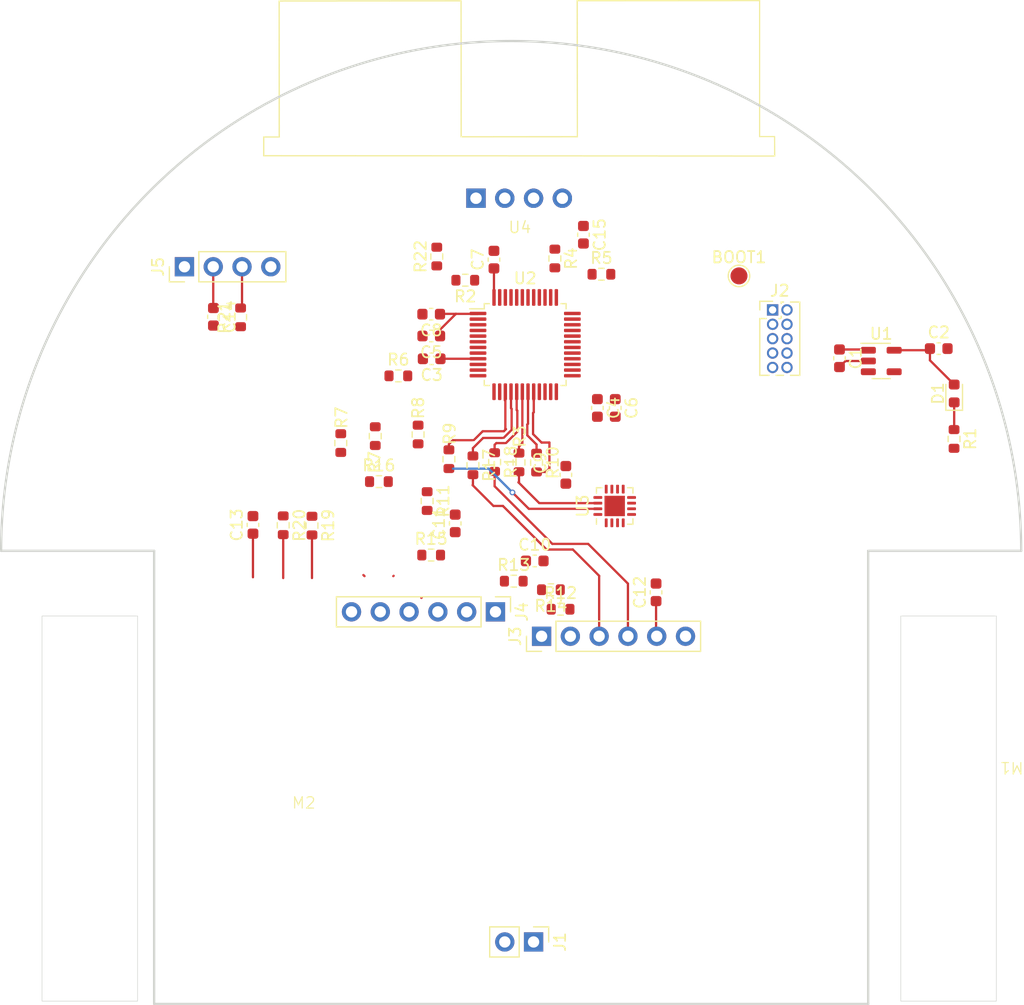
<source format=kicad_pcb>
(kicad_pcb (version 20221018) (generator pcbnew)
  (layers (0 "F.Cu" signal) (31 "B.Cu" signal) (34 "B.Paste" user) (35 "F.Paste" user) (36 "B.SilkS" user "B.Silkscreen") (37 "F.SilkS" user "F.Silkscreen") (38 "B.Mask" user) (39 "F.Mask" user) (44 "Edge.Cuts" user))
  (net 0 "")
  (net 1 "+3.3V")
  (net 2 "GND")
  (net 3 "+BATT")
  (net 4 "/mcu/UART1_TX")
  (net 5 "/mcu/IN_B2")
  (net 6 "/mcu/UART1_RX")
  (net 7 "/mcu/BOOT0")
  (net 8 "Net-(C10-Pad1)")
  (net 9 "/mcu/TIM15_CH1")
  (net 10 "Net-(D1-K)")
  (net 11 "/mcu/TIM15_CH2")
  (net 13 "/mcu/OUT_A4")
  (net 15 "/mcu/OUT_A5")
  (net 16 "/mcu/OUT_B0")
  (net 17 "/motorA/MA")
  (net 18 "/mcu/OUT_B1")
  (net 19 "Net-(U1-PB1)")
  (net 20 "Net-(J3-Pin_3)")
  (net 21 "/mcu/OUT_B9")
  (net 22 "Net-(J3-Pin_4)")
  (net 23 "/mcu/TIM3_CH1")
  (net 24 "/mcu/TIM2_CH1")
  (net 25 "/mcu/TIM3_CH2")
  (net 26 "/mcu/TIM2_CH2")
  (net 27 "/mcu/TIM8_CH2")
  (net 28 "Net-(U4-ECHO)")
  (net 29 "/motorA/MB")
  (net 30 "/motorB/MA")
  (net 31 "Net-(J4-Pin_3)")
  (net 32 "Net-(J4-Pin_4)")
  (net 33 "/motorB/MB")
  (net 34 "/mcu/~{RESET}")
  (net 35 "Net-(J5-Pin_3)")
  (net 36 "/external_uart/UART1_RX")
  (net 37 "Net-(U2-PB0)")
  (net 38 "Net-(U2-PB6)")
  (net 39 "Net-(U2-PB9)")
  (net 40 "Net-(U2-PA2)")
  (net 41 "Net-(U2-PA3)")
  (net 42 "Net-(U2-PA4)")
  (net 43 "Net-(U2-PA5)")
  (net 44 "Net-(U3-REF)")
  (net 45 "Net-(U3-TOFF)")
  (net 46 "/mcu/SWDIO")
  (net 47 "Net-(U3-SENSEA)")
  (net 48 "Net-(U3-SENSEB)")
  (net 49 "/mcu/SWDCLK")
  (net 50 "/external_uart/UART1_TX")
  (net 51 "/mcu/SWO")
  (net 54 "+3V3")
  (footprint "Resistor_SMD:R_0603_1608Metric" (layer "F.Cu") (at 137.625 94.14)
    (fp_text reference "R16" (at 0 -1.43) (layer "F.SilkS"))
    (fp_text value "330 m")
    (pad "1" smd roundrect (at -0.825 0) (size 0.8 0.95) (layers "F.Cu" "F.Paste" "F.Mask") (net 48 "Net-(U3-SENSEB)"))
    (pad "2" smd roundrect (at 0.825 0) (size 0.8 0.95) (layers "F.Cu" "F.Paste" "F.Mask") (net 2 "GND"))
  )
  (footprint "Package_QFP:LQFP-48_7x7mm_P0.5mm" (layer "F.Cu") (at 150.53033 82.043014)
    (fp_text reference "U2" (at 0 -5.85) (layer "F.SilkS"))
    (fp_text value "STM32F030C8Tx")
    (pad "1" smd roundrect (at -4.1625 -2.75) (size 1.475 0.3) (layers "F.Cu" "F.Paste" "F.Mask") (net 1 "+3.3V"))
    (pad "2" smd roundrect (at -4.1625 -2.25) (size 1.475 0.3) (layers "F.Cu" "F.Paste" "F.Mask"))
    (pad "3" smd roundrect (at -4.1625 -1.75) (size 1.475 0.3) (layers "F.Cu" "F.Paste" "F.Mask"))
    (pad "4" smd roundrect (at -4.1625 -1.25) (size 1.475 0.3) (layers "F.Cu" "F.Paste" "F.Mask"))
    (pad "5" smd roundrect (at -4.1625 -0.75) (size 1.475 0.3) (layers "F.Cu" "F.Paste" "F.Mask"))
    (pad "6" smd roundrect (at -4.1625 -0.25) (size 1.475 0.3) (layers "F.Cu" "F.Paste" "F.Mask"))
    (pad "7" smd roundrect (at -4.1625 0.25) (size 1.475 0.3) (layers "F.Cu" "F.Paste" "F.Mask") (net 34 "/mcu/~{RESET}"))
    (pad "8" smd roundrect (at -4.1625 0.75) (size 1.475 0.3) (layers "F.Cu" "F.Paste" "F.Mask") (net 2 "GND"))
    (pad "9" smd roundrect (at -4.1625 1.25) (size 1.475 0.3) (layers "F.Cu" "F.Paste" "F.Mask") (net 1 "+3.3V"))
    (pad "10" smd roundrect (at -4.1625 1.75) (size 1.475 0.3) (layers "F.Cu" "F.Paste" "F.Mask") (net 24 "/mcu/TIM2_CH1"))
    (pad "11" smd roundrect (at -4.1625 2.25) (size 1.475 0.3) (layers "F.Cu" "F.Paste" "F.Mask") (net 26 "/mcu/TIM2_CH2"))
    (pad "12" smd roundrect (at -4.1625 2.75) (size 1.475 0.3) (layers "F.Cu" "F.Paste" "F.Mask") (net 40 "Net-(U2-PA2)"))
    (pad "13" smd roundrect (at -2.75 4.1625) (size 0.3 1.475) (layers "F.Cu" "F.Paste" "F.Mask") (net 41 "Net-(U2-PA3)"))
    (pad "14" smd roundrect (at -2.25 4.1625) (size 0.3 1.475) (layers "F.Cu" "F.Paste" "F.Mask") (net 42 "Net-(U2-PA4)"))
    (pad "15" smd roundrect (at -1.75 4.1625) (size 0.3 1.475) (layers "F.Cu" "F.Paste" "F.Mask") (net 43 "Net-(U2-PA5)"))
    (pad "16" smd roundrect (at -1.25 4.1625) (size 0.3 1.475) (layers "F.Cu" "F.Paste" "F.Mask") (net 23 "/mcu/TIM3_CH1"))
    (pad "17" smd roundrect (at -0.75 4.1625) (size 0.3 1.475) (layers "F.Cu" "F.Paste" "F.Mask") (net 25 "/mcu/TIM3_CH2"))
    (pad "18" smd roundrect (at -0.25 4.1625) (size 0.3 1.475) (layers "F.Cu" "F.Paste" "F.Mask") (net 37 "Net-(U2-PB0)"))
    (pad "19" smd roundrect (at 0.25 4.1625) (size 0.3 1.475) (layers "F.Cu" "F.Paste" "F.Mask") (net 18 "/mcu/OUT_B1"))
    (pad "20" smd roundrect (at 0.75 4.1625) (size 0.3 1.475) (layers "F.Cu" "F.Paste" "F.Mask") (net 5 "/mcu/IN_B2"))
    (pad "21" smd roundrect (at 1.25 4.1625) (size 0.3 1.475) (layers "F.Cu" "F.Paste" "F.Mask"))
    (pad "22" smd roundrect (at 1.75 4.1625) (size 0.3 1.475) (layers "F.Cu" "F.Paste" "F.Mask"))
    (pad "23" smd roundrect (at 2.25 4.1625) (size 0.3 1.475) (layers "F.Cu" "F.Paste" "F.Mask") (net 2 "GND"))
    (pad "24" smd roundrect (at 2.75 4.1625) (size 0.3 1.475) (layers "F.Cu" "F.Paste" "F.Mask") (net 1 "+3.3V"))
    (pad "25" smd roundrect (at 4.1625 2.75) (size 1.475 0.3) (layers "F.Cu" "F.Paste" "F.Mask"))
    (pad "26" smd roundrect (at 4.1625 2.25) (size 1.475 0.3) (layers "F.Cu" "F.Paste" "F.Mask"))
    (pad "27" smd roundrect (at 4.1625 1.75) (size 1.475 0.3) (layers "F.Cu" "F.Paste" "F.Mask"))
    (pad "28" smd roundrect (at 4.1625 1.25) (size 1.475 0.3) (layers "F.Cu" "F.Paste" "F.Mask"))
    (pad "29" smd roundrect (at 4.1625 0.75) (size 1.475 0.3) (layers "F.Cu" "F.Paste" "F.Mask"))
    (pad "30" smd roundrect (at 4.1625 0.25) (size 1.475 0.3) (layers "F.Cu" "F.Paste" "F.Mask"))
    (pad "31" smd roundrect (at 4.1625 -0.25) (size 1.475 0.3) (layers "F.Cu" "F.Paste" "F.Mask"))
    (pad "32" smd roundrect (at 4.1625 -0.75) (size 1.475 0.3) (layers "F.Cu" "F.Paste" "F.Mask"))
    (pad "33" smd roundrect (at 4.1625 -1.25) (size 1.475 0.3) (layers "F.Cu" "F.Paste" "F.Mask"))
    (pad "34" smd roundrect (at 4.1625 -1.75) (size 1.475 0.3) (layers "F.Cu" "F.Paste" "F.Mask") (net 46 "/mcu/SWDIO"))
    (pad "35" smd roundrect (at 4.1625 -2.25) (size 1.475 0.3) (layers "F.Cu" "F.Paste" "F.Mask"))
    (pad "36" smd roundrect (at 4.1625 -2.75) (size 1.475 0.3) (layers "F.Cu" "F.Paste" "F.Mask"))
    (pad "37" smd roundrect (at 2.75 -4.1625) (size 0.3 1.475) (layers "F.Cu" "F.Paste" "F.Mask") (net 49 "/mcu/SWDCLK"))
    (pad "38" smd roundrect (at 2.25 -4.1625) (size 0.3 1.475) (layers "F.Cu" "F.Paste" "F.Mask"))
    (pad "39" smd roundrect (at 1.75 -4.1625) (size 0.3 1.475) (layers "F.Cu" "F.Paste" "F.Mask") (net 51 "/mcu/SWO"))
    (pad "40" smd roundrect (at 1.25 -4.1625) (size 0.3 1.475) (layers "F.Cu" "F.Paste" "F.Mask"))
    (pad "41" smd roundrect (at 0.75 -4.1625) (size 0.3 1.475) (layers "F.Cu" "F.Paste" "F.Mask"))
    (pad "42" smd roundrect (at 0.25 -4.1625) (size 0.3 1.475) (layers "F.Cu" "F.Paste" "F.Mask") (net 38 "Net-(U2-PB6)"))
    (pad "43" smd roundrect (at -0.25 -4.1625) (size 0.3 1.475) (layers "F.Cu" "F.Paste" "F.Mask") (net 6 "/mcu/UART1_RX"))
    (pad "44" smd roundrect (at -0.75 -4.1625) (size 0.3 1.475) (layers "F.Cu" "F.Paste" "F.Mask") (net 7 "/mcu/BOOT0"))
    (pad "45" smd roundrect (at -1.25 -4.1625) (size 0.3 1.475) (layers "F.Cu" "F.Paste" "F.Mask") (net 27 "/mcu/TIM8_CH2"))
    (pad "46" smd roundrect (at -1.75 -4.1625) (size 0.3 1.475) (layers "F.Cu" "F.Paste" "F.Mask") (net 39 "Net-(U2-PB9)"))
    (pad "47" smd roundrect (at -2.25 -4.1625) (size 0.3 1.475) (layers "F.Cu" "F.Paste" "F.Mask") (net 2 "GND"))
    (pad "48" smd roundrect (at -2.75 -4.1625) (size 0.3 1.475) (layers "F.Cu" "F.Paste" "F.Mask") (net 1 "+3.3V"))
  )
  (footprint "Resistor_SMD:R_0603_1608Metric" (layer "F.Cu") (at 145.245 76.36 180)
    (fp_text reference "R2" (at 0 -1.43) (layer "F.SilkS"))
    (fp_text value "10k")
    (pad "1" smd roundrect (at -0.825 0 180) (size 0.8 0.95) (layers "F.Cu" "F.Paste" "F.Mask") (net 7 "/mcu/BOOT0"))
    (pad "2" smd roundrect (at 0.825 0 180) (size 0.8 0.95) (layers "F.Cu" "F.Paste" "F.Mask") (net 2 "GND"))
  )
  (footprint "minimouse:N20_with_encoder" (layer "F.Cu") (at 131 123)
    (fp_text reference "M2" (at 0 -0.5 unlocked) (layer "F.SilkS") (effects (font (thickness 0.1))))
    (fp_text value "N20_encoder")
    (fp_rect (start -23.1 -17) (end -14.67 17) (stroke (width 0.05)) (fill none) (layer "Edge.Cuts"))
    (pad "" np_thru_hole circle locked (at 0 -9) (size 1 1) (drill 2.2) (layers "F&B.Cu" "*.Mask"))
    (pad "" np_thru_hole circle locked (at 0 9) (size 1 1) (drill 2.2) (layers "F&B.Cu" "*.Mask"))
  )
  (footprint "Resistor_SMD:R_0603_1608Metric" (layer "F.Cu") (at 125.421467 79.638535 90)
    (fp_text reference "R21" (at 0 -1.43 90) (layer "F.SilkS"))
    (fp_text value "100")
    (pad "1" smd roundrect (at -0.825 0 90) (size 0.8 0.95) (layers "F.Cu" "F.Paste" "F.Mask") (net 50 "/external_uart/UART1_TX"))
    (pad "2" smd roundrect (at 0.825 0 90) (size 0.8 0.95) (layers "F.Cu" "F.Paste" "F.Mask") (net 35 "Net-(J5-Pin_3)"))
  )
  (footprint "Resistor_SMD:R_0603_1608Metric" (layer "F.Cu") (at 129.18 97.992202 -90)
    (fp_text reference "R20" (at 0 -1.43 90) (layer "F.SilkS"))
    (fp_text value "100")
    (pad "1" smd roundrect (at -0.825 0 270) (size 0.8 0.95) (layers "F.Cu" "F.Paste" "F.Mask") (net 26 "/mcu/TIM2_CH2"))
    (pad "2" smd roundrect (at 0.825 0 270) (size 0.8 0.95) (layers "F.Cu" "F.Paste" "F.Mask") (net 32 "Net-(J4-Pin_4)"))
  )
  (footprint "Capacitor_SMD:C_0603_1608Metric" (layer "F.Cu") (at 126.512186 97.958937 90)
    (fp_text reference "C13" (at 0 -1.43 90) (layer "F.SilkS"))
    (fp_text value "2.2uF")
    (pad "1" smd roundrect (at -0.775 0 90) (size 0.9 0.95) (layers "F.Cu" "F.Paste" "F.Mask") (net 3 "+BATT"))
    (pad "2" smd roundrect (at 0.775 0 90) (size 0.9 0.95) (layers "F.Cu" "F.Paste" "F.Mask") (net 2 "GND"))
  )
  (footprint "Capacitor_SMD:C_0603_1608Metric" (layer "F.Cu") (at 144.356358 97.827376 90)
    (fp_text reference "C11" (at 0 -1.43 90) (layer "F.SilkS"))
    (fp_text value "2.2 uF / 16V")
    (pad "1" smd roundrect (at -0.775 0 90) (size 0.9 0.95) (layers "F.Cu" "F.Paste" "F.Mask") (net 3 "+BATT"))
    (pad "2" smd roundrect (at 0.775 0 90) (size 0.9 0.95) (layers "F.Cu" "F.Paste" "F.Mask") (net 2 "GND"))
  )
  (footprint "TestPoint:TestPoint_Pad_D1.5mm" (layer "F.Cu") (at 169.394388 75.979446)
    (fp_text reference "BOOT1" (at 0 -1.648) (layer "F.SilkS"))
    (fp_text value "TestPoint")
    (pad "1" smd circle (at 0 0) (size 1.5 1.5) (layers "F.Cu" "F.Mask") (net 7 "/mcu/BOOT0"))
  )
  (footprint "Package_DFN_QFN:VQFN-16-1EP_3x3mm_P0.5mm_EP1.8x1.8mm" (layer "F.Cu") (at 158.428724 96.289352 90)
    (fp_text reference "U3" (at 0 -2.82 90) (layer "F.SilkS"))
    (fp_text value "STSPIN240")
    (pad "1" smd roundrect (at -1.4875 -0.75 90) (size 0.775 0.25) (layers "F.Cu" "F.Paste" "F.Mask") (net 13 "/mcu/OUT_A4"))
    (pad "2" smd roundrect (at -1.4875 -0.25 90) (size 0.775 0.25) (layers "F.Cu" "F.Paste" "F.Mask") (net 9 "/mcu/TIM15_CH1"))
    (pad "3" smd roundrect (at -1.4875 0.25 90) (size 0.775 0.25) (layers "F.Cu" "F.Paste" "F.Mask") (net 30 "/motorB/MA"))
    (pad "4" smd roundrect (at -1.4875 0.75 90) (size 0.775 0.25) (layers "F.Cu" "F.Paste" "F.Mask") (net 47 "Net-(U3-SENSEA)"))
    (pad "5" smd roundrect (at -0.75 1.4875 90) (size 0.25 0.775) (layers "F.Cu" "F.Paste" "F.Mask") (net 33 "/motorB/MB"))
    (pad "6" smd roundrect (at -0.25 1.4875 90) (size 0.25 0.775) (layers "F.Cu" "F.Paste" "F.Mask") (net 3 "+BATT"))
    (pad "7" smd roundrect (at 0.25 1.4875 90) (size 0.25 0.775) (layers "F.Cu" "F.Paste" "F.Mask") (net 2 "GND"))
    (pad "8" smd roundrect (at 0.75 1.4875 90) (size 0.25 0.775) (layers "F.Cu" "F.Paste" "F.Mask") (net 29 "/motorA/MB"))
    (pad "9" smd roundrect (at 1.4875 0.75 90) (size 0.775 0.25) (layers "F.Cu" "F.Paste" "F.Mask") (net 48 "Net-(U3-SENSEB)"))
    (pad "10" smd roundrect (at 1.4875 0.25 90) (size 0.775 0.25) (layers "F.Cu" "F.Paste" "F.Mask") (net 17 "/motorA/MA"))
    (pad "11" smd roundrect (at 1.4875 -0.25 90) (size 0.775 0.25) (layers "F.Cu" "F.Paste" "F.Mask") (net 44 "Net-(U3-REF)"))
    (pad "12" smd roundrect (at 1.4875 -0.75 90) (size 0.775 0.25) (layers "F.Cu" "F.Paste" "F.Mask") (net 45 "Net-(U3-TOFF)"))
    (pad "13" smd roundrect (at 0.75 -1.4875 90) (size 0.25 0.775) (layers "F.Cu" "F.Paste" "F.Mask") (net 5 "/mcu/IN_B2"))
    (pad "14" smd roundrect (at 0.25 -1.4875 90) (size 0.25 0.775) (layers "F.Cu" "F.Paste" "F.Mask") (net 16 "/mcu/OUT_B0"))
    (pad "15" smd roundrect (at -0.25 -1.4875 90) (size 0.25 0.775) (layers "F.Cu" "F.Paste" "F.Mask") (net 15 "/mcu/OUT_A5"))
    (pad "16" smd roundrect (at -0.75 -1.4875 90) (size 0.25 0.775) (layers "F.Cu" "F.Paste" "F.Mask") (net 11 "/mcu/TIM15_CH2"))
    (pad "17" smd rect (at 0 0 90) (size 1.8 1.8) (layers "F.Cu" "F.Mask") (net 2 "GND"))
  )
  (footprint "Resistor_SMD:R_0603_1608Metric" (layer "F.Cu") (at 141.081884 89.98043 -90)
    (fp_text reference "R8" (at -2.348353 -0.010304 90) (layer "F.SilkS"))
    (fp_text value "100")
    (pad "1" smd roundrect (at -0.825 0 270) (size 0.8 0.95) (layers "F.Cu" "F.Paste" "F.Mask") (net 42 "Net-(U2-PA4)"))
    (pad "2" smd roundrect (at 0.825 0 270) (size 0.8 0.95) (layers "F.Cu" "F.Paste" "F.Mask") (net 13 "/mcu/OUT_A4"))
  )
  (footprint "Capacitor_SMD:C_0603_1608Metric" (layer "F.Cu") (at 147.775634 74.542665 90)
    (fp_text reference "C7" (at 0 -1.43 90) (layer "F.SilkS"))
    (fp_text value "0.1uF")
    (pad "1" smd roundrect (at -0.775 0 90) (size 0.9 0.95) (layers "F.Cu" "F.Paste" "F.Mask") (net 1 "+3.3V"))
    (pad "2" smd roundrect (at 0.775 0 90) (size 0.9 0.95) (layers "F.Cu" "F.Paste" "F.Mask") (net 2 "GND"))
  )
  (footprint "Resistor_SMD:R_0603_1608Metric" (layer "F.Cu") (at 157.256673 75.833759)
    (fp_text reference "R5" (at 0 -1.43) (layer "F.SilkS"))
    (fp_text value "100")
    (pad "1" smd roundrect (at -0.825 0) (size 0.8 0.95) (layers "F.Cu" "F.Paste" "F.Mask") (net 21 "/mcu/OUT_B9"))
    (pad "2" smd roundrect (at 0.825 0) (size 0.8 0.95) (layers "F.Cu" "F.Paste" "F.Mask") (net 39 "Net-(U2-PB9)"))
  )
  (footprint "minimouse:HC-SR04" (layer "F.Cu") (at 150 69.125)
    (fp_text reference "U4" (at 0.06 2.57 unlocked) (layer "F.SilkS") (effects (font (thickness 0.1))))
    (fp_text value "HC-SR04")
    (pad "1" thru_hole rect locked (at -3.81 0 90) (size 1.7 1.7) (drill 1) (layers "*.Cu" "*.Mask") (net 2 "GND"))
    (pad "2" thru_hole oval locked (at -1.27 0 90) (size 1.7 1.7) (drill 1) (layers "*.Cu" "*.Mask") (net 21 "/mcu/OUT_B9"))
    (pad "3" thru_hole oval locked (at 1.27 0 90) (size 1.7 1.7) (drill 1) (layers "*.Cu" "*.Mask") (net 28 "Net-(U4-ECHO)"))
    (pad "4" thru_hole oval locked (at 3.81 0 90) (size 1.7 1.7) (drill 1) (layers "*.Cu" "*.Mask") (net 54 "+3V3"))
  )
  (footprint "Resistor_SMD:R_0603_1608Metric" (layer "F.Cu") (at 147.833658 92.414657 -90)
    (fp_text reference "R18" (at 0 -1.43 90) (layer "F.SilkS"))
    (fp_text value "100")
    (pad "1" smd roundrect (at -0.825 0 270) (size 0.8 0.95) (layers "F.Cu" "F.Paste" "F.Mask") (net 25 "/mcu/TIM3_CH2"))
    (pad "2" smd roundrect (at 0.825 0 270) (size 0.8 0.95) (layers "F.Cu" "F.Paste" "F.Mask") (net 22 "Net-(J3-Pin_4)"))
  )
  (footprint "Capacitor_SMD:C_0603_1608Metric" (layer "F.Cu") (at 142.238374 79.356874 180)
    (fp_text reference "C8" (at 0 -1.43) (layer "F.SilkS"))
    (fp_text value "0.1uF")
    (pad "1" smd roundrect (at -0.775 0 180) (size 0.9 0.95) (layers "F.Cu" "F.Paste" "F.Mask") (net 1 "+3.3V"))
    (pad "2" smd roundrect (at 0.775 0 180) (size 0.9 0.95) (layers "F.Cu" "F.Paste" "F.Mask") (net 2 "GND"))
  )
  (footprint "Capacitor_SMD:C_0603_1608Metric" (layer "F.Cu") (at 151.371914 101.142376)
    (fp_text reference "C10" (at 0 -1.43) (layer "F.SilkS"))
    (fp_text value "22 nF")
    (pad "1" smd roundrect (at -0.775 0) (size 0.9 0.95) (layers "F.Cu" "F.Paste" "F.Mask") (net 8 "Net-(C10-Pad1)"))
    (pad "2" smd roundrect (at 0.775 0) (size 0.9 0.95) (layers "F.Cu" "F.Paste" "F.Mask") (net 2 "GND"))
  )
  (footprint "minimouse:N20_with_encoder" (layer "F.Cu") (at 169 123 180)
    (fp_text reference "M1" (at -24.45 3.6 180 unlocked) (layer "F.SilkS") (effects (font (thickness 0.1))))
    (fp_text value "N20_encoder")
    (fp_rect (start -23.1 -17) (end -14.67 17) (stroke (width 0.05)) (fill none) (layer "Edge.Cuts"))
    (pad "" np_thru_hole circle locked (at 0 -9 180) (size 1 1) (drill 2.2) (layers "F&B.Cu" "*.Mask"))
    (pad "" np_thru_hole circle locked (at 0 9 180) (size 1 1) (drill 2.2) (layers "F&B.Cu" "*.Mask"))
  )
  (footprint "Capacitor_SMD:C_0603_1608Metric" (layer "F.Cu") (at 123.023718 79.588332 -90)
    (fp_text reference "C14" (at 0 -1.43 90) (layer "F.SilkS"))
    (fp_text value "2.2uF")
    (pad "1" smd roundrect (at -0.775 0 270) (size 0.9 0.95) (layers "F.Cu" "F.Paste" "F.Mask") (net 3 "+BATT"))
    (pad "2" smd roundrect (at 0.775 0 270) (size 0.9 0.95) (layers "F.Cu" "F.Paste" "F.Mask") (net 2 "GND"))
  )
  (footprint "Capacitor_SMD:C_0603_1608Metric" (layer "F.Cu") (at 155.669998 72.345296 -90)
    (fp_text reference "C15" (at 0 -1.43 90) (layer "F.SilkS"))
    (fp_text value "2.2uF")
    (pad "1" smd roundrect (at -0.775 0 270) (size 0.9 0.95) (layers "F.Cu" "F.Paste" "F.Mask") (net 3 "+BATT"))
    (pad "2" smd roundrect (at 0.775 0 270) (size 0.9 0.95) (layers "F.Cu" "F.Paste" "F.Mask") (net 2 "GND"))
  )
  (footprint "Connector_PinHeader_2.54mm:PinHeader_1x06_P2.54mm_Vertical" (layer "F.Cu") (at 147.907319 105.634705 -90)
    (fp_text reference "J4" (at 0 -2.33 90) (layer "F.SilkS"))
    (fp_text value "Conn_01x06")
    (pad "1" thru_hole rect (at 0 0 270) (size 1.7 1.7) (drill 1) (layers "*.Cu" "*.Mask") (net 30 "/motorB/MA"))
    (pad "2" thru_hole oval (at 0 2.54 270) (size 1.7 1.7) (drill 1) (layers "*.Cu" "*.Mask") (net 2 "GND"))
    (pad "3" thru_hole oval (at 0 5.08 270) (size 1.7 1.7) (drill 1) (layers "*.Cu" "*.Mask") (net 31 "Net-(J4-Pin_3)"))
    (pad "4" thru_hole oval (at 0 7.62 270) (size 1.7 1.7) (drill 1) (layers "*.Cu" "*.Mask") (net 32 "Net-(J4-Pin_4)"))
    (pad "5" thru_hole oval (at 0 10.16 270) (size 1.7 1.7) (drill 1) (layers "*.Cu" "*.Mask") (net 3 "+BATT"))
    (pad "6" thru_hole oval (at 0 12.7 270) (size 1.7 1.7) (drill 1) (layers "*.Cu" "*.Mask") (net 33 "/motorB/MB"))
  )
  (footprint "Connector_PinHeader_2.54mm:PinHeader_1x02_P2.54mm_Vertical" (layer "F.Cu") (at 151.27 134.775 -90)
    (fp_text reference "J1" (at 0 -2.33 90) (layer "F.SilkS"))
    (fp_text value "Conn_01x02")
    (pad "1" thru_hole rect locked (at 0 0 270) (size 1.7 1.7) (drill 1) (layers "*.Cu" "*.Mask") (net 2 "GND"))
    (pad "2" thru_hole oval locked (at 0 2.54 270) (size 1.7 1.7) (drill 1) (layers "*.Cu" "*.Mask") (net 3 "+BATT"))
  )
  (footprint "Capacitor_SMD:C_0603_1608Metric" (layer "F.Cu") (at 154.118297 93.542322 90)
    (fp_text reference "C9" (at 1.055995 -2.251743 90) (layer "F.SilkS"))
    (fp_text value "1 nF")
    (pad "1" smd roundrect (at -0.775 0 90) (size 0.9 0.95) (layers "F.Cu" "F.Paste" "F.Mask") (net 5 "/mcu/IN_B2"))
    (pad "2" smd roundrect (at 0.775 0 90) (size 0.9 0.95) (layers "F.Cu" "F.Paste" "F.Mask") (net 2 "GND"))
  )
  (footprint "Capacitor_SMD:C_0603_1608Metric" (layer "F.Cu") (at 158.477623 87.63433 -90)
    (fp_text reference "C6" (at 0 -1.43 90) (layer "F.SilkS"))
    (fp_text value "0.1uF")
    (pad "1" smd roundrect (at -0.775 0 270) (size 0.9 0.95) (layers "F.Cu" "F.Paste" "F.Mask") (net 1 "+3.3V"))
    (pad "2" smd roundrect (at 0.775 0 270) (size 0.9 0.95) (layers "F.Cu" "F.Paste" "F.Mask") (net 2 "GND"))
  )
  (footprint "Capacitor_SMD:C_0603_1608Metric" (layer "F.Cu") (at 187.017911 82.398126)
    (fp_text reference "C2" (at 0 -1.43) (layer "F.SilkS"))
    (fp_text value "2.2 uF")
    (pad "1" smd roundrect (at -0.775 0) (size 0.9 0.95) (layers "F.Cu" "F.Paste" "F.Mask") (net 1 "+3.3V"))
    (pad "2" smd roundrect (at 0.775 0) (size 0.9 0.95) (layers "F.Cu" "F.Paste" "F.Mask") (net 2 "GND"))
  )
  (footprint "Connector_PinHeader_2.54mm:PinHeader_1x04_P2.54mm_Vertical" (layer "F.Cu") (at 120.467249 75.173504 90)
    (fp_text reference "J5" (at 0 -2.33 90) (layer "F.SilkS"))
    (fp_text value "Conn_01x04")
    (pad "1" thru_hole rect (at 0 0 90) (size 1.7 1.7) (drill 1) (layers "*.Cu" "*.Mask") (net 2 "GND"))
    (pad "2" thru_hole oval (at 0 2.54 90) (size 1.7 1.7) (drill 1) (layers "*.Cu" "*.Mask") (net 3 "+BATT"))
    (pad "3" thru_hole oval (at 0 5.08 90) (size 1.7 1.7) (drill 1) (layers "*.Cu" "*.Mask") (net 35 "Net-(J5-Pin_3)"))
    (pad "4" thru_hole oval (at 0 7.62 90) (size 1.7 1.7) (drill 1) (layers "*.Cu" "*.Mask") (net 36 "/external_uart/UART1_RX"))
  )
  (footprint "Resistor_SMD:R_0603_1608Metric" (layer "F.Cu") (at 145.92016 92.697376 -90)
    (fp_text reference "R17" (at 0 -1.43 90) (layer "F.SilkS"))
    (fp_text value "100")
    (pad "1" smd roundrect (at -0.825 0 270) (size 0.8 0.95) (layers "F.Cu" "F.Paste" "F.Mask") (net 23 "/mcu/TIM3_CH1"))
    (pad "2" smd roundrect (at 0.825 0 270) (size 0.8 0.95) (layers "F.Cu" "F.Paste" "F.Mask") (net 20 "Net-(J3-Pin_3)"))
  )
  (footprint "Resistor_SMD:R_0603_1608Metric" (layer "F.Cu") (at 188.369343 90.372555 -90)
    (fp_text reference "R1" (at 0 -1.43 90) (layer "F.SilkS"))
    (fp_text value "330")
    (pad "1" smd roundrect (at -0.825 0 270) (size 0.8 0.95) (layers "F.Cu" "F.Paste" "F.Mask") (net 10 "Net-(D1-K)"))
    (pad "2" smd roundrect (at 0.825 0 270) (size 0.8 0.95) (layers "F.Cu" "F.Paste" "F.Mask") (net 2 "GND"))
  )
  (footprint "Resistor_SMD:R_0603_1608Metric" (layer "F.Cu") (at 153.149897 74.443668 -90)
    (fp_text reference "R4" (at 0 -1.43 90) (layer "F.SilkS"))
    (fp_text value "100")
    (pad "1" smd roundrect (at -0.825 0 270) (size 0.8 0.95) (layers "F.Cu" "F.Paste" "F.Mask") (net 4 "/mcu/UART1_TX"))
    (pad "2" smd roundrect (at 0.825 0 270) (size 0.8 0.95) (layers "F.Cu" "F.Paste" "F.Mask") (net 38 "Net-(U2-PB6)"))
  )
  (footprint "Resistor_SMD:R_0603_1608Metric" (layer "F.Cu") (at 137.302308 90.124169 -90)
    (fp_text reference "R7" (at 2.298353 0.060304 90) (layer "F.SilkS"))
    (fp_text value "100")
    (pad "1" smd roundrect (at -0.825 0 270) (size 0.8 0.95) (layers "F.Cu" "F.Paste" "F.Mask") (net 18 "/mcu/OUT_B1"))
    (pad "2" smd roundrect (at 0.825 0 270) (size 0.8 0.95) (layers "F.Cu" "F.Paste" "F.Mask") (net 19 "Net-(U1-PB1)"))
  )
  (footprint "Resistor_SMD:R_0603_1608Metric" (layer "F.Cu") (at 139.34 84.805)
    (fp_text reference "R6" (at 0 -1.43) (layer "F.SilkS"))
    (fp_text value "100")
    (pad "1" smd roundrect (at -0.825 0) (size 0.8 0.95) (layers "F.Cu" "F.Paste" "F.Mask") (net 40 "Net-(U2-PA2)"))
    (pad "2" smd roundrect (at 0.825 0) (size 0.8 0.95) (layers "F.Cu" "F.Paste" "F.Mask") (net 9 "/mcu/TIM15_CH1"))
  )
  (footprint "minimouse:HC-SR04" (layer "F.Cu") (at 150 69.125)
    (fp_text reference "U4" (at 0.06 2.57 unlocked) (layer "F.SilkS") (effects (font (thickness 0.1))))
    (fp_text value "HC-SR04")
    (pad "1" thru_hole rect (at -3.81 0 90) (size 1.7 1.7) (drill 1) (layers "*.Cu" "*.Mask") (net 2 "GND"))
    (pad "2" thru_hole oval (at -1.27 0 90) (size 1.7 1.7) (drill 1) (layers "*.Cu" "*.Mask") (net 21 "/mcu/OUT_B9"))
    (pad "3" thru_hole oval (at 1.27 0 90) (size 1.7 1.7) (drill 1) (layers "*.Cu" "*.Mask") (net 28 "Net-(U4-ECHO)"))
    (pad "4" thru_hole oval (at 3.81 0 90) (size 1.7 1.7) (drill 1) (layers "*.Cu" "*.Mask") (net 3 "+BATT"))
  )
  (footprint "Resistor_SMD:R_0603_1608Metric" (layer "F.Cu") (at 153.651799 105.405007)
    (fp_text reference "R12" (at 0 -1.43) (layer "F.SilkS"))
    (fp_text value "10 K")
    (pad "1" smd roundrect (at -0.825 0) (size 0.8 0.95) (layers "F.Cu" "F.Paste" "F.Mask") (net 2 "GND"))
    (pad "2" smd roundrect (at 0.825 0) (size 0.8 0.95) (layers "F.Cu" "F.Paste" "F.Mask") (net 44 "Net-(U3-REF)"))
  )
  (footprint "Resistor_SMD:R_0603_1608Metric" (layer "F.Cu") (at 141.88 95.855 -90)
    (fp_text reference "R11" (at 0 -1.43 90) (layer "F.SilkS"))
    (fp_text value "10 K")
    (pad "1" smd roundrect (at -0.825 0 270) (size 0.8 0.95) (layers "F.Cu" "F.Paste" "F.Mask") (net 44 "Net-(U3-REF)"))
    (pad "2" smd roundrect (at 0.825 0 270) (size 0.8 0.95) (layers "F.Cu" "F.Paste" "F.Mask") (net 3 "+BATT"))
  )
  (footprint "Resistor_SMD:R_0603_1608Metric" (layer "F.Cu") (at 134.26 90.737227 -90)
    (fp_text reference "R7" (at -2.248353 -0.060304 90) (layer "F.SilkS"))
    (fp_text value "100")
    (pad "1" smd roundrect (at -0.825 0 270) (size 0.8 0.95) (layers "F.Cu" "F.Paste" "F.Mask") (net 41 "Net-(U2-PA3)"))
    (pad "2" smd roundrect (at 0.825 0 270) (size 0.8 0.95) (layers "F.Cu" "F.Paste" "F.Mask") (net 11 "/mcu/TIM15_CH2"))
  )
  (footprint "Capacitor_SMD:C_0603_1608Metric" (layer "F.Cu") (at 142.244546 81.283765 180)
    (fp_text reference "C5" (at 0 -1.43) (layer "F.SilkS"))
    (fp_text value "0.1uF")
    (pad "1" smd roundrect (at -0.775 0 180) (size 0.9 0.95) (layers "F.Cu" "F.Paste" "F.Mask") (net 1 "+3.3V"))
    (pad "2" smd roundrect (at 0.775 0 180) (size 0.9 0.95) (layers "F.Cu" "F.Paste" "F.Mask") (net 2 "GND"))
  )
  (footprint "LED_SMD:LED_0603_1608Metric" (layer "F.Cu") (at 188.381172 86.357437 90)
    (fp_text reference "D1" (at 0 -1.43 90) (layer "F.SilkS"))
    (fp_text value "LED")
    (pad "1" smd roundrect (at -0.7875 0 90) (size 0.875 0.95) (layers "F.Cu" "F.Paste" "F.Mask") (net 10 "Net-(D1-K)"))
    (pad "2" smd roundrect (at 0.7875 0 90) (size 0.875 0.95) (layers "F.Cu" "F.Paste" "F.Mask") (net 1 "+3.3V"))
  )
  (footprint "Resistor_SMD:R_0603_1608Metric" (layer "F.Cu") (at 142.730218 74.271472 90)
    (fp_text reference "R22" (at 0 -1.43 90) (layer "F.SilkS"))
    (fp_text value "100 ")
    (pad "1" smd roundrect (at -0.825 0 90) (size 0.8 0.95) (layers "F.Cu" "F.Paste" "F.Mask") (net 27 "/mcu/TIM8_CH2"))
    (pad "2" smd roundrect (at 0.825 0 90) (size 0.8 0.95) (layers "F.Cu" "F.Paste" "F.Mask") (net 28 "Net-(U4-ECHO)"))
  )
  (footprint "Capacitor_SMD:C_0603_1608Metric" (layer "F.Cu") (at 156.900487 87.63433 -90)
    (fp_text reference "C4" (at 0 -1.43 90) (layer "F.SilkS"))
    (fp_text value "2.2uF")
    (pad "1" smd roundrect (at -0.775 0 270) (size 0.9 0.95) (layers "F.Cu" "F.Paste" "F.Mask") (net 1 "+3.3V"))
    (pad "2" smd roundrect (at 0.775 0 270) (size 0.9 0.95) (layers "F.Cu" "F.Paste" "F.Mask") (net 2 "GND"))
  )
  (footprint "Resistor_SMD:R_0603_1608Metric" (layer "F.Cu") (at 143.800889 92.159069 -90)
    (fp_text reference "R9" (at -2.248353 -0.060304 90) (layer "F.SilkS"))
    (fp_text value "100")
    (pad "1" smd roundrect (at -0.825 0 270) (size 0.8 0.95) (layers "F.Cu" "F.Paste" "F.Mask") (net 43 "Net-(U2-PA5)"))
    (pad "2" smd roundrect (at 0.825 0 270) (size 0.8 0.95) (layers "F.Cu" "F.Paste" "F.Mask") (net 15 "/mcu/OUT_A5"))
  )
  (footprint "Connector_PinHeader_1.27mm:PinHeader_2x05_P1.27mm_Vertical" (layer "F.Cu") (at 172.36 78.98183)
    (fp_text reference "J2" (at 0.635 -1.695) (layer "F.SilkS"))
    (fp_text value "Conn_ARM_JTAG_SWD_10")
    (pad "1" thru_hole rect (at 0 0) (size 1 1) (drill 0.65) (layers "*.Cu" "*.Mask") (net 1 "+3.3V"))
    (pad "2" thru_hole oval (at 1.27 0) (size 1 1) (drill 0.65) (layers "*.Cu" "*.Mask") (net 46 "/mcu/SWDIO"))
    (pad "3" thru_hole oval (at 0 1.27) (size 1 1) (drill 0.65) (layers "*.Cu" "*.Mask") (net 2 "GND"))
    (pad "4" thru_hole oval (at 1.27 1.27) (size 1 1) (drill 0.65) (layers "*.Cu" "*.Mask") (net 49 "/mcu/SWDCLK"))
    (pad "5" thru_hole oval (at 0 2.54) (size 1 1) (drill 0.65) (layers "*.Cu" "*.Mask") (net 2 "GND"))
    (pad "6" thru_hole oval (at 1.27 2.54) (size 1 1) (drill 0.65) (layers "*.Cu" "*.Mask") (net 51 "/mcu/SWO"))
    (pad "7" thru_hole oval (at 0 3.81) (size 1 1) (drill 0.65) (layers "*.Cu" "*.Mask"))
    (pad "8" thru_hole oval (at 1.27 3.81) (size 1 1) (drill 0.65) (layers "*.Cu" "*.Mask"))
    (pad "9" thru_hole oval (at 0 5.08) (size 1 1) (drill 0.65) (layers "*.Cu" "*.Mask") (net 2 "GND"))
    (pad "10" thru_hole oval (at 1.27 5.08) (size 1 1) (drill 0.65) (layers "*.Cu" "*.Mask") (net 34 "/mcu/~{RESET}"))
  )
  (footprint "Capacitor_SMD:C_0603_1608Metric" (layer "F.Cu") (at 162.078191 103.91168 90)
    (fp_text reference "C12" (at 0 -1.43 90) (layer "F.SilkS"))
    (fp_text value "2.2uF")
    (pad "1" smd roundrect (at -0.775 0 90) (size 0.9 0.95) (layers "F.Cu" "F.Paste" "F.Mask") (net 3 "+BATT"))
    (pad "2" smd roundrect (at 0.775 0 90) (size 0.9 0.95) (layers "F.Cu" "F.Paste" "F.Mask") (net 2 "GND"))
  )
  (footprint "Connector_PinHeader_2.54mm:PinHeader_1x06_P2.54mm_Vertical" (layer "F.Cu") (at 151.976358 107.790349 90)
    (fp_text reference "J3" (at 0 -2.33 90) (layer "F.SilkS"))
    (fp_text value "Conn_01x06")
    (pad "1" thru_hole rect (at 0 0 90) (size 1.7 1.7) (drill 1) (layers "*.Cu" "*.Mask") (net 17 "/motorA/MA"))
    (pad "2" thru_hole oval (at 0 2.54 90) (size 1.7 1.7) (drill 1) (layers "*.Cu" "*.Mask") (net 2 "GND"))
    (pad "3" thru_hole oval (at 0 5.08 90) (size 1.7 1.7) (drill 1) (layers "*.Cu" "*.Mask") (net 20 "Net-(J3-Pin_3)"))
    (pad "4" thru_hole oval (at 0 7.62 90) (size 1.7 1.7) (drill 1) (layers "*.Cu" "*.Mask") (net 22 "Net-(J3-Pin_4)"))
    (pad "5" thru_hole oval (at 0 10.16 90) (size 1.7 1.7) (drill 1) (layers "*.Cu" "*.Mask") (net 3 "+BATT"))
    (pad "6" thru_hole oval (at 0 12.7 90) (size 1.7 1.7) (drill 1) (layers "*.Cu" "*.Mask") (net 29 "/motorA/MB"))
  )
  (footprint "Resistor_SMD:R_0603_1608Metric" (layer "F.Cu") (at 149.522111 102.927179)
    (fp_text reference "R13" (at 0 -1.43) (layer "F.SilkS"))
    (fp_text value "1 K")
    (pad "1" smd roundrect (at -0.825 0) (size 0.8 0.95) (layers "F.Cu" "F.Paste" "F.Mask") (net 45 "Net-(U3-TOFF)"))
    (pad "2" smd roundrect (at 0.825 0) (size 0.8 0.95) (layers "F.Cu" "F.Paste" "F.Mask") (net 8 "Net-(C10-Pad1)"))
  )
  (footprint "Resistor_SMD:R_0603_1608Metric" (layer "F.Cu") (at 151.534068 92.460276 -90)
    (fp_text reference "R10" (at 0 -1.43 90) (layer "F.SilkS"))
    (fp_text value "10 K")
    (pad "1" smd roundrect (at -0.825 0 270) (size 0.8 0.95) (layers "F.Cu" "F.Paste" "F.Mask") (net 18 "/mcu/OUT_B1"))
    (pad "2" smd roundrect (at 0.825 0 270) (size 0.8 0.95) (layers "F.Cu" "F.Paste" "F.Mask") (net 5 "/mcu/IN_B2"))
  )
  (footprint "Capacitor_SMD:C_0603_1608Metric" (layer "F.Cu") (at 178.261421 83.250906 -90)
    (fp_text reference "C1" (at 0 -1.43 90) (layer "F.SilkS"))
    (fp_text value "2.2 uF")
    (pad "1" smd roundrect (at -0.775 0 270) (size 0.9 0.95) (layers "F.Cu" "F.Paste" "F.Mask") (net 3 "+BATT"))
    (pad "2" smd roundrect (at 0.775 0 270) (size 0.9 0.95) (layers "F.Cu" "F.Paste" "F.Mask") (net 2 "GND"))
  )
  (footprint "Resistor_SMD:R_0603_1608Metric" (layer "F.Cu") (at 152.801358 103.682376 180)
    (fp_text reference "R14" (at 0 -1.43) (layer "F.SilkS"))
    (fp_text value "47 K")
    (pad "1" smd roundrect (at -0.825 0 180) (size 0.8 0.95) (layers "F.Cu" "F.Paste" "F.Mask") (net 45 "Net-(U3-TOFF)"))
    (pad "2" smd roundrect (at 0.825 0 180) (size 0.8 0.95) (layers "F.Cu" "F.Paste" "F.Mask") (net 2 "GND"))
  )
  (footprint "Capacitor_SMD:C_0603_1608Metric" (layer "F.Cu") (at 142.278624 83.297197 180)
    (fp_text reference "C3" (at 0 -1.43) (layer "F.SilkS"))
    (fp_text value "2.2uF")
    (pad "1" smd roundrect (at -0.775 0 180) (size 0.9 0.95) (layers "F.Cu" "F.Paste" "F.Mask") (net 1 "+3.3V"))
    (pad "2" smd roundrect (at 0.775 0 180) (size 0.9 0.95) (layers "F.Cu" "F.Paste" "F.Mask") (net 2 "GND"))
  )
  (footprint "Resistor_SMD:R_0603_1608Metric" (layer "F.Cu") (at 131.72 98.022202 -90)
    (fp_text reference "R19" (at 0 -1.43 90) (layer "F.SilkS"))
    (fp_text value "100")
    (pad "1" smd roundrect (at -0.825 0 270) (size 0.8 0.95) (layers "F.Cu" "F.Paste" "F.Mask") (net 24 "/mcu/TIM2_CH1"))
    (pad "2" smd roundrect (at 0.825 0 270) (size 0.8 0.95) (layers "F.Cu" "F.Paste" "F.Mask") (net 31 "Net-(J4-Pin_3)"))
  )
  (footprint "Resistor_SMD:R_0603_1608Metric" (layer "F.Cu") (at 142.235271 100.623249)
    (fp_text reference "R15" (at 0 -1.43) (layer "F.SilkS"))
    (fp_text value "330 m")
    (pad "1" smd roundrect (at -0.825 0) (size 0.8 0.95) (layers "F.Cu" "F.Paste" "F.Mask") (net 47 "Net-(U3-SENSEA)"))
    (pad "2" smd roundrect (at 0.825 0) (size 0.8 0.95) (layers "F.Cu" "F.Paste" "F.Mask") (net 2 "GND"))
  )
  (footprint "Package_TO_SOT_SMD:SOT-23-5" (layer "F.Cu") (at 181.945534 83.49203)
    (fp_text reference "U1" (at 0 -2.4) (layer "F.SilkS"))
    (fp_text value "LP5907MFX-1.2")
    (pad "1" smd roundrect (at -1.1375 -0.95) (size 1.325 0.6) (layers "F.Cu" "F.Paste" "F.Mask") (net 3 "+BATT"))
    (pad "2" smd roundrect (at -1.1375 0) (size 1.325 0.6) (layers "F.Cu" "F.Paste" "F.Mask") (net 2 "GND"))
    (pad "3" smd roundrect (at -1.1375 0.95) (size 1.325 0.6) (layers "F.Cu" "F.Paste" "F.Mask") (net 3 "+BATT"))
    (pad "4" smd roundrect (at 1.1375 0.95) (size 1.325 0.6) (layers "F.Cu" "F.Paste" "F.Mask"))
    (pad "5" smd roundrect (at 1.1375 -0.95) (size 1.325 0.6) (layers "F.Cu" "F.Paste" "F.Mask") (net 1 "+3.3V"))
  )
  (footprint "Resistor_SMD:R_0603_1608Metric" (layer "F.Cu") (at 149.986057 92.445533 90)
    (fp_text reference "R3" (at 2.298353 0.060304 90) (layer "F.SilkS"))
    (fp_text value "100")
    (pad "1" smd roundrect (at -0.825 0 90) (size 0.8 0.95) (layers "F.Cu" "F.Paste" "F.Mask") (net 16 "/mcu/OUT_B0"))
    (pad "2" smd roundrect (at 0.825 0 90) (size 0.8 0.95) (layers "F.Cu" "F.Paste" "F.Mask") (net 37 "Net-(U2-PB0)"))
  )
  (gr_arc (start 104.293271 100.246208) (mid 149.293271 55.246208) (end 194.293271 100.246208) (stroke (width 0.2)) (layer "Edge.Cuts"))
  (gr_line (start 180.793271 140.246208) (end 117.793271 140.246208) (stroke (width 0.2)) (layer "Edge.Cuts"))
  (gr_line (start 117.793271 100.246208) (end 104.293271 100.246208) (stroke (width 0.2)) (layer "Edge.Cuts"))
  (gr_line (start 180.793271 100.246208) (end 180.793271 140.246208) (stroke (width 0.2)) (layer "Edge.Cuts"))
  (gr_line (start 194.293271 100.246208) (end 180.793271 100.246208) (stroke (width 0.2)) (layer "Edge.Cuts"))
  (gr_line (start 117.793271 140.246208) (end 117.793271 100.246208) (stroke (width 0.2)) (layer "Edge.Cuts"))
  (segment (start 186.242911 82.398126) (end 186.242911 83.431676) (width 0.2) (layer "F.Cu") (net 1))
  (segment (start 147.775634 77.875818) (end 147.78033 77.880514) (width 0.2) (layer "F.Cu") (net 1))
  (segment (start 186.242911 83.431676) (end 188.381172 85.569937) (width 0.2) (layer "F.Cu") (net 1))
  (segment (start 147.775634 75.317665) (end 147.775634 77.875818) (width 0.2) (layer "F.Cu") (net 1))
  (segment (start 153.28033 86.205514) (end 153.324594 86.249778) (width 0.2) (layer "F.Cu") (net 1))
  (segment (start 183.083034 82.54203) (end 186.099007 82.54203) (width 0.2) (layer "F.Cu") (net 1))
  (segment (start 186.099007 82.54203) (end 186.242911 82.398126) (width 0.2) (layer "F.Cu") (net 1))
  (segment (start 143.308999 79.328198) (end 144.42 79.328198) (width 0.2) (layer "F.Cu") (net 1))
  (segment (start 146.332646 79.328198) (end 146.36783 79.293014) (width 0.2) (layer "F.Cu") (net 1))
  (segment (start 143.019546 81.283765) (end 143.019546 80.728652) (width 0.2) (layer "F.Cu") (net 1))
  (segment (start 144.42 79.328198) (end 146.332646 79.328198) (width 0.2) (layer "F.Cu") (net 1))
  (segment (start 143.019546 80.728652) (end 144.42 79.328198) (width 0.2) (layer "F.Cu") (net 1))
  (segment (start 143.057807 83.293014) (end 143.053624 83.297197) (width 0.2) (layer "F.Cu") (net 1))
  (segment (start 146.36783 83.293014) (end 143.057807 83.293014) (width 0.2) (layer "F.Cu") (net 1))
  (segment (start 180.808034 83.49203) (end 178.795297 83.49203) (width 0.2) (layer "F.Cu") (net 2))
  (segment (start 178.795297 83.49203) (end 178.261421 84.025906) (width 0.2) (layer "F.Cu") (net 2))
  (segment (start 136.255027 102.384694) (end 136.353653 102.48332) (width 0.2) (layer "F.Cu") (net 3))
  (segment (start 123.007249 78.796863) (end 123.023718 78.813332) (width 0.2) (layer "F.Cu") (net 3))
  (segment (start 123.007249 75.173504) (end 123.007249 78.796863) (width 0.2) (layer "F.Cu") (net 3))
  (segment (start 162.078191 104.68668) (end 162.078191 107.732182) (width 0.2) (layer "F.Cu") (net 3))
  (segment (start 180.74191 82.475906) (end 180.808034 82.54203) (width 0.2) (layer "F.Cu") (net 3))
  (segment (start 178.261421 82.475906) (end 180.74191 82.475906) (width 0.2) (layer "F.Cu") (net 3))
  (segment (start 162.078191 107.732182) (end 162.136358 107.790349) (width 0.2) (layer "F.Cu") (net 3))
  (segment (start 126.512186 98.733937) (end 126.512186 102.582399) (width 0.2) (layer "F.Cu") (net 3))
  (segment (start 151.28033 86.975424) (end 151.288108 86.983202) (width 0.2) (layer "F.Cu") (net 5))
  (segment (start 151.224466 89.939835) (end 151.976357 90.691726) (width 0.2) (layer "F.Cu") (net 5))
  (segment (start 151.976357 90.691726) (end 152.669277 90.691726) (width 0.2) (layer "F.Cu") (net 5))
  (segment (start 151.288108 86.983202) (end 151.288108 88.017459) (width 0.2) (layer "F.Cu") (net 5))
  (segment (start 151.224466 89.939835) (end 151.224466 88.081101) (width 0.2) (layer "F.Cu") (net 5))
  (segment (start 152.669277 90.691726) (end 152.669277 92.976886) (width 0.2) (layer "F.Cu") (net 5))
  (segment (start 152.360887 93.285276) (end 151.534068 93.285276) (width 0.2) (layer "F.Cu") (net 5))
  (segment (start 151.28033 86.205514) (end 151.28033 86.975424) (width 0.2) (layer "F.Cu") (net 5))
  (segment (start 151.224466 88.081101) (end 151.288108 88.017459) (width 0.2) (layer "F.Cu") (net 5))
  (segment (start 152.669277 92.976886) (end 152.360887 93.285276) (width 0.2) (layer "F.Cu") (net 5))
  (segment (start 188.381172 87.144937) (end 188.381172 89.535726) (width 0.2) (layer "F.Cu") (net 10))
  (segment (start 188.381172 89.535726) (end 188.369343 89.547555) (width 0.2) (layer "F.Cu") (net 10))
  (segment (start 150.851093 96.539352) (end 149.407247 95.095506) (width 0.2) (layer "F.Cu") (net 15))
  (segment (start 156.941224 96.539352) (end 150.851093 96.539352) (width 0.2) (layer "F.Cu") (net 15))
  (via (at 149.407247 95.095506) (size 0.5) (drill 0.3) (layers "F.Cu" "B.Cu") (net 15))
  (segment (start 147.307758 92.996017) (end 144.158526 92.996017) (width 0.2) (layer "B.Cu") (net 15))
  (segment (start 149.407247 95.095506) (end 147.307758 92.996017) (width 0.2) (layer "B.Cu") (net 15))
  (segment (start 149.986057 94.157371) (end 149.986057 93.270533) (width 0.2) (layer "F.Cu") (net 16))
  (segment (start 149.938666 94.204762) (end 149.986057 94.157371) (width 0.2) (layer "F.Cu") (net 16))
  (segment (start 151.773256 96.039352) (end 149.938666 94.204762) (width 0.2) (layer "F.Cu") (net 16))
  (segment (start 156.941224 96.039352) (end 151.773256 96.039352) (width 0.2) (layer "F.Cu") (net 16))
  (segment (start 151.534068 91.635276) (end 151.534068 90.868641) (width 0.2) (layer "F.Cu") (net 18))
  (segment (start 150.716688 89.096358) (end 150.78033 89.032716) (width 0.2) (layer "F.Cu") (net 18))
  (segment (start 151.534068 90.868641) (end 150.716688 90.051261) (width 0.2) (layer "F.Cu") (net 18))
  (segment (start 150.78033 89.032716) (end 150.78033 86.205514) (width 0.2) (layer "F.Cu") (net 18))
  (segment (start 150.716688 90.051261) (end 150.716688 89.096358) (width 0.2) (layer "F.Cu") (net 18))
  (segment (start 157.056358 102.455024) (end 154.73434 100.133006) (width 0.2) (layer "F.Cu") (net 20))
  (segment (start 145.92016 94.433277) (end 145.92016 93.522376) (width 0.2) (layer "F.Cu") (net 20))
  (segment (start 152.412323 100.133006) (end 148.564409 96.285092) (width 0.2) (layer "F.Cu") (net 20))
  (segment (start 148.564409 96.285092) (end 147.727745 96.285092) (width 0.2) (layer "F.Cu") (net 20))
  (segment (start 147.727745 96.285092) (end 145.898045 94.455392) (width 0.2) (layer "F.Cu") (net 20))
  (segment (start 145.898045 94.455392) (end 145.92016 94.433277) (width 0.2) (layer "F.Cu") (net 20))
  (segment (start 157.056358 107.790349) (end 157.056358 102.455024) (width 0.2) (layer "F.Cu") (net 20))
  (segment (start 154.73434 100.133006) (end 152.412323 100.133006) (width 0.2) (layer "F.Cu") (net 20))
  (segment (start 156.086484 99.635431) (end 152.924117 99.635431) (width 0.2) (layer "F.Cu") (net 22))
  (segment (start 147.833658 94.544972) (end 147.833658 93.239657) (width 0.2) (layer "F.Cu") (net 22))
  (segment (start 159.596358 103.145305) (end 156.086484 99.635431) (width 0.2) (layer "F.Cu") (net 22))
  (segment (start 152.924117 99.635431) (end 147.833658 94.544972) (width 0.2) (layer "F.Cu") (net 22))
  (segment (start 159.596358 107.790349) (end 159.596358 103.145305) (width 0.2) (layer "F.Cu") (net 22))
  (segment (start 148.517015 90.28106) (end 146.822691 90.28106) (width 0.2) (layer "F.Cu") (net 23))
  (segment (start 149.335401 87.714082) (end 149.28033 87.659011) (width 0.2) (layer "F.Cu") (net 23))
  (segment (start 149.335401 89.571395) (end 148.635728 90.271068) (width 0.2) (layer "F.Cu") (net 23))
  (segment (start 145.92016 91.183591) (end 145.92016 91.872376) (width 0.2) (layer "F.Cu") (net 23))
  (segment (start 149.335401 89.571395) (end 149.335401 87.714082) (width 0.2) (layer "F.Cu") (net 23))
  (segment (start 149.28033 86.205514) (end 149.28033 87.659011) (width 0.2) (layer "F.Cu") (net 23))
  (segment (start 146.822691 90.28106) (end 145.92016 91.183591) (width 0.2) (layer "F.Cu") (net 23))
  (segment (start 148.719597 90.741474) (end 147.982935 90.741474) (width 0.2) (layer "F.Cu") (net 25))
  (segment (start 149.78033 86.205514) (end 149.78033 87.822007) (width 0.2) (layer "F.Cu") (net 25))
  (segment (start 149.835401 89.734391) (end 148.83831 90.731482) (width 0.2) (layer "F.Cu") (net 25))
  (segment (start 147.982935 90.741474) (end 147.833658 90.890751) (width 0.2) (layer "F.Cu") (net 25))
  (segment (start 149.835401 89.734391) (end 149.835401 87.877078) (width 0.2) (layer "F.Cu") (net 25))
  (segment (start 149.835401 87.877078) (end 149.78033 87.822007) (width 0.2) (layer "F.Cu") (net 25))
  (segment (start 147.833658 90.890751) (end 147.833658 91.589657) (width 0.2) (layer "F.Cu") (net 25))
  (segment (start 131.72 98.847202) (end 131.72 102.651837) (width 0.2) (layer "F.Cu") (net 31))
  (segment (start 141.399199 104.376508) (end 141.370011 104.405696) (width 0.2) (layer "F.Cu") (net 31))
  (segment (start 138.922841 102.454132) (end 138.893653 102.48332) (width 0.2) (layer "F.Cu") (net 32))
  (segment (start 129.18 98.817202) (end 129.18 102.651837) (width 0.2) (layer "F.Cu") (net 32))
  (segment (start 125.547249 78.687753) (end 125.421467 78.813535) (width 0.2) (layer "F.Cu") (net 35))
  (segment (start 125.547249 75.173504) (end 125.547249 78.687753) (width 0.2) (layer "F.Cu") (net 35))
  (segment (start 150.28033 90.746003) (end 150.28033 86.205514) (width 0.2) (layer "F.Cu") (net 37))
  (segment (start 149.986057 91.040276) (end 150.28033 90.746003) (width 0.2) (layer "F.Cu") (net 37))
  (segment (start 149.986057 91.620533) (end 149.986057 91.040276) (width 0.2) (layer "F.Cu") (net 37))
  (segment (start 150.216688 91.389902) (end 149.986057 91.620533) (width 0.2) (layer "F.Cu") (net 37))
  (segment (start 143.800889 90.835042) (end 144.152289 90.483642) (width 0.2) (layer "F.Cu") (net 43))
  (segment (start 146.782249 89.69356) (end 148.64755 89.69356) (width 0.2) (layer "F.Cu") (net 43))
  (segment (start 143.800889 91.334069) (end 143.800889 90.835042) (width 0.2) (layer "F.Cu") (net 43))
  (segment (start 148.73033 86.959738) (end 148.78033 86.909738) (width 0.2) (layer "F.Cu") (net 43))
  (segment (start 144.152289 90.483642) (end 145.883446 90.483642) (width 0.2) (layer "F.Cu") (net 43))
  (segment (start 146.002159 90.47365) (end 146.782249 89.69356) (width 0.2) (layer "F.Cu") (net 43))
  (segment (start 148.64755 89.69356) (end 148.835401 89.505709) (width 0.2) (layer "F.Cu") (net 43))
  (segment (start 148.78033 86.909738) (end 148.78033 86.205514) (width 0.2) (layer "F.Cu") (net 43))
  (segment (start 148.78033 89.450638) (end 148.78033 86.205514) (width 0.2) (layer "F.Cu") (net 43))
  (segment (start 148.835401 89.505709) (end 148.78033 89.450638) (width 0.2) (layer "F.Cu") (net 43))
)
</source>
